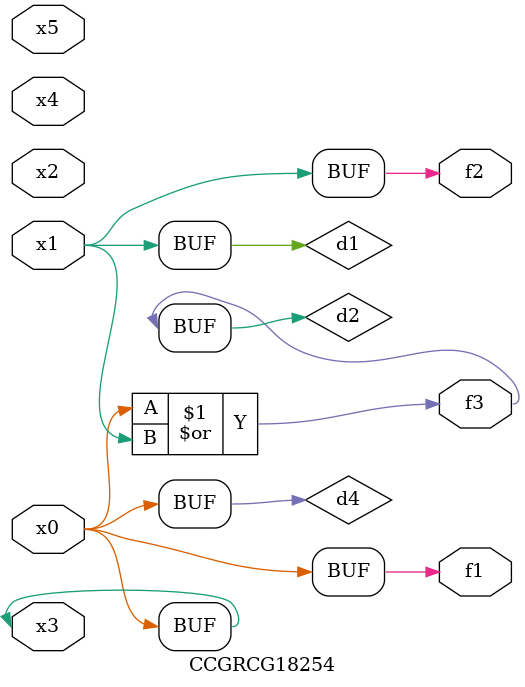
<source format=v>
module CCGRCG18254(
	input x0, x1, x2, x3, x4, x5,
	output f1, f2, f3
);

	wire d1, d2, d3, d4;

	and (d1, x1);
	or (d2, x0, x1);
	nand (d3, x0, x5);
	buf (d4, x0, x3);
	assign f1 = d4;
	assign f2 = d1;
	assign f3 = d2;
endmodule

</source>
